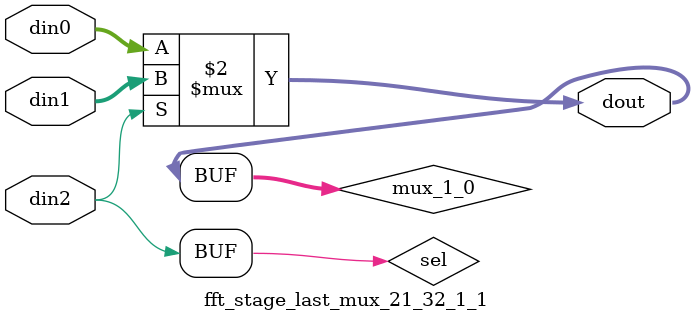
<source format=v>

`timescale 1ns/1ps

module fft_stage_last_mux_21_32_1_1 #(
parameter
    ID                = 0,
    NUM_STAGE         = 1,
    din0_WIDTH       = 32,
    din1_WIDTH       = 32,
    din2_WIDTH         = 32,
    dout_WIDTH            = 32
)(
    input  [31 : 0]     din0,
    input  [31 : 0]     din1,
    input  [0 : 0]    din2,
    output [31 : 0]   dout);

// puts internal signals
wire [0 : 0]     sel;
// level 1 signals
wire [31 : 0]         mux_1_0;

assign sel = din2;

// Generate level 1 logic
assign mux_1_0 = (sel[0] == 0)? din0 : din1;

// output logic
assign dout = mux_1_0;

endmodule

</source>
